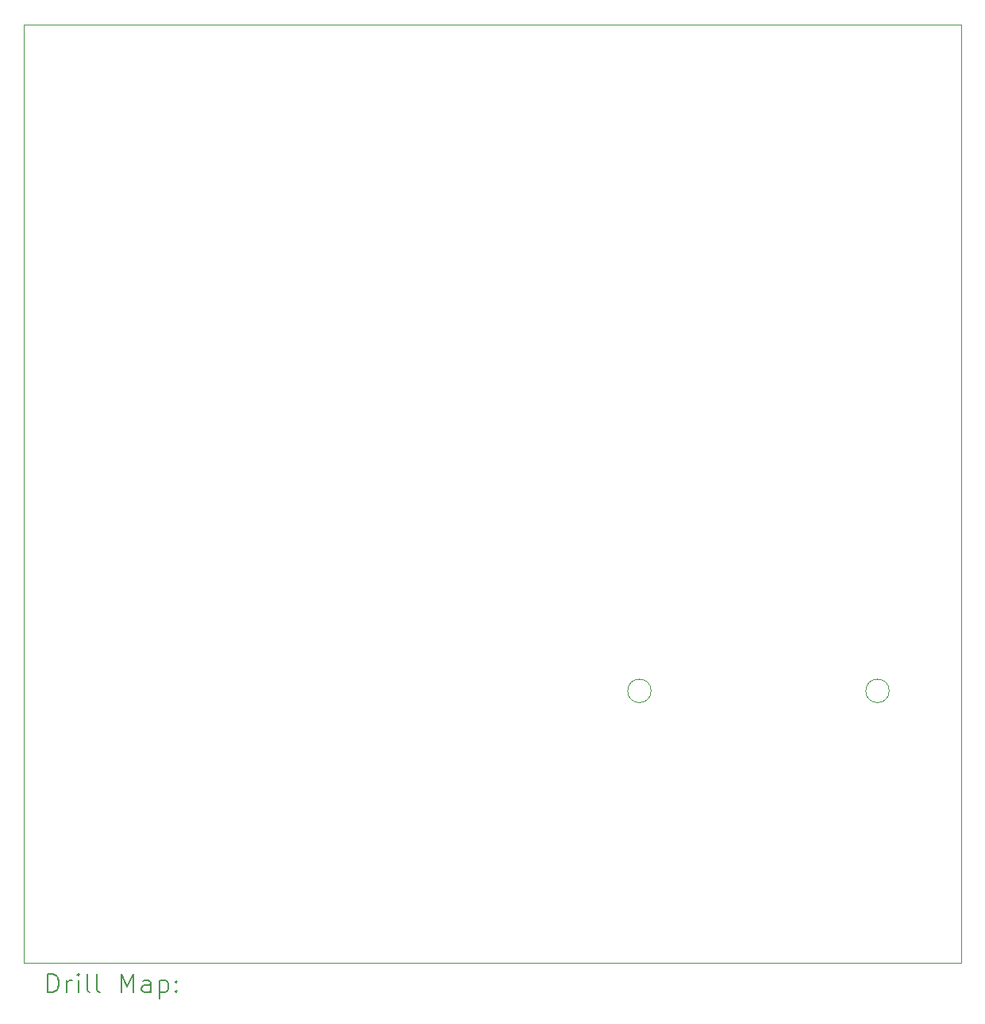
<source format=gbr>
%TF.GenerationSoftware,KiCad,Pcbnew,8.0.8*%
%TF.CreationDate,2025-02-28T08:34:14-05:00*%
%TF.ProjectId,VWS_SDR,5657535f-5344-4522-9e6b-696361645f70,rev?*%
%TF.SameCoordinates,Original*%
%TF.FileFunction,Drillmap*%
%TF.FilePolarity,Positive*%
%FSLAX45Y45*%
G04 Gerber Fmt 4.5, Leading zero omitted, Abs format (unit mm)*
G04 Created by KiCad (PCBNEW 8.0.8) date 2025-02-28 08:34:14*
%MOMM*%
%LPD*%
G01*
G04 APERTURE LIST*
%ADD10C,0.050000*%
%ADD11C,0.120000*%
%ADD12C,0.200000*%
G04 APERTURE END LIST*
D10*
X8400000Y-3950000D02*
X18400000Y-3950000D01*
X18400000Y-13950000D01*
X8400000Y-13950000D01*
X8400000Y-3950000D01*
D11*
X15093000Y-11050000D02*
G75*
G02*
X14843000Y-11050000I-125000J0D01*
G01*
X14843000Y-11050000D02*
G75*
G02*
X15093000Y-11050000I125000J0D01*
G01*
X17633000Y-11050000D02*
G75*
G02*
X17383000Y-11050000I-125000J0D01*
G01*
X17383000Y-11050000D02*
G75*
G02*
X17633000Y-11050000I125000J0D01*
G01*
D12*
X8658277Y-14263984D02*
X8658277Y-14063984D01*
X8658277Y-14063984D02*
X8705896Y-14063984D01*
X8705896Y-14063984D02*
X8734467Y-14073508D01*
X8734467Y-14073508D02*
X8753515Y-14092555D01*
X8753515Y-14092555D02*
X8763039Y-14111603D01*
X8763039Y-14111603D02*
X8772563Y-14149698D01*
X8772563Y-14149698D02*
X8772563Y-14178269D01*
X8772563Y-14178269D02*
X8763039Y-14216365D01*
X8763039Y-14216365D02*
X8753515Y-14235412D01*
X8753515Y-14235412D02*
X8734467Y-14254460D01*
X8734467Y-14254460D02*
X8705896Y-14263984D01*
X8705896Y-14263984D02*
X8658277Y-14263984D01*
X8858277Y-14263984D02*
X8858277Y-14130650D01*
X8858277Y-14168746D02*
X8867801Y-14149698D01*
X8867801Y-14149698D02*
X8877324Y-14140174D01*
X8877324Y-14140174D02*
X8896372Y-14130650D01*
X8896372Y-14130650D02*
X8915420Y-14130650D01*
X8982086Y-14263984D02*
X8982086Y-14130650D01*
X8982086Y-14063984D02*
X8972563Y-14073508D01*
X8972563Y-14073508D02*
X8982086Y-14083031D01*
X8982086Y-14083031D02*
X8991610Y-14073508D01*
X8991610Y-14073508D02*
X8982086Y-14063984D01*
X8982086Y-14063984D02*
X8982086Y-14083031D01*
X9105896Y-14263984D02*
X9086848Y-14254460D01*
X9086848Y-14254460D02*
X9077324Y-14235412D01*
X9077324Y-14235412D02*
X9077324Y-14063984D01*
X9210658Y-14263984D02*
X9191610Y-14254460D01*
X9191610Y-14254460D02*
X9182086Y-14235412D01*
X9182086Y-14235412D02*
X9182086Y-14063984D01*
X9439229Y-14263984D02*
X9439229Y-14063984D01*
X9439229Y-14063984D02*
X9505896Y-14206841D01*
X9505896Y-14206841D02*
X9572563Y-14063984D01*
X9572563Y-14063984D02*
X9572563Y-14263984D01*
X9753515Y-14263984D02*
X9753515Y-14159222D01*
X9753515Y-14159222D02*
X9743991Y-14140174D01*
X9743991Y-14140174D02*
X9724944Y-14130650D01*
X9724944Y-14130650D02*
X9686848Y-14130650D01*
X9686848Y-14130650D02*
X9667801Y-14140174D01*
X9753515Y-14254460D02*
X9734467Y-14263984D01*
X9734467Y-14263984D02*
X9686848Y-14263984D01*
X9686848Y-14263984D02*
X9667801Y-14254460D01*
X9667801Y-14254460D02*
X9658277Y-14235412D01*
X9658277Y-14235412D02*
X9658277Y-14216365D01*
X9658277Y-14216365D02*
X9667801Y-14197317D01*
X9667801Y-14197317D02*
X9686848Y-14187793D01*
X9686848Y-14187793D02*
X9734467Y-14187793D01*
X9734467Y-14187793D02*
X9753515Y-14178269D01*
X9848753Y-14130650D02*
X9848753Y-14330650D01*
X9848753Y-14140174D02*
X9867801Y-14130650D01*
X9867801Y-14130650D02*
X9905896Y-14130650D01*
X9905896Y-14130650D02*
X9924944Y-14140174D01*
X9924944Y-14140174D02*
X9934467Y-14149698D01*
X9934467Y-14149698D02*
X9943991Y-14168746D01*
X9943991Y-14168746D02*
X9943991Y-14225888D01*
X9943991Y-14225888D02*
X9934467Y-14244936D01*
X9934467Y-14244936D02*
X9924944Y-14254460D01*
X9924944Y-14254460D02*
X9905896Y-14263984D01*
X9905896Y-14263984D02*
X9867801Y-14263984D01*
X9867801Y-14263984D02*
X9848753Y-14254460D01*
X10029705Y-14244936D02*
X10039229Y-14254460D01*
X10039229Y-14254460D02*
X10029705Y-14263984D01*
X10029705Y-14263984D02*
X10020182Y-14254460D01*
X10020182Y-14254460D02*
X10029705Y-14244936D01*
X10029705Y-14244936D02*
X10029705Y-14263984D01*
X10029705Y-14140174D02*
X10039229Y-14149698D01*
X10039229Y-14149698D02*
X10029705Y-14159222D01*
X10029705Y-14159222D02*
X10020182Y-14149698D01*
X10020182Y-14149698D02*
X10029705Y-14140174D01*
X10029705Y-14140174D02*
X10029705Y-14159222D01*
M02*

</source>
